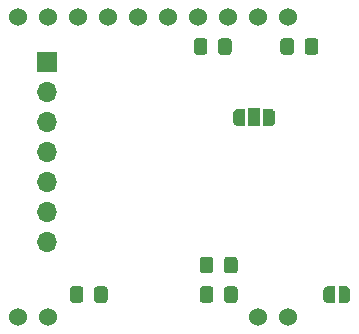
<source format=gbr>
%TF.GenerationSoftware,KiCad,Pcbnew,(5.1.6-0)*%
%TF.CreationDate,2020-10-20T21:46:17+02:00*%
%TF.ProjectId,DisplayAdapter_DOGS104,44697370-6c61-4794-9164-61707465725f,rev?*%
%TF.SameCoordinates,Original*%
%TF.FileFunction,Soldermask,Top*%
%TF.FilePolarity,Negative*%
%FSLAX46Y46*%
G04 Gerber Fmt 4.6, Leading zero omitted, Abs format (unit mm)*
G04 Created by KiCad (PCBNEW (5.1.6-0)) date 2020-10-20 21:46:17*
%MOMM*%
%LPD*%
G01*
G04 APERTURE LIST*
%ADD10R,1.000000X1.500000*%
%ADD11C,0.076200*%
%ADD12C,1.524000*%
%ADD13O,1.700000X1.700000*%
%ADD14R,1.700000X1.700000*%
G04 APERTURE END LIST*
%TO.C,R3*%
G36*
G01*
X157450000Y-112450001D02*
X157450000Y-111549999D01*
G75*
G02*
X157699999Y-111300000I249999J0D01*
G01*
X158350001Y-111300000D01*
G75*
G02*
X158600000Y-111549999I0J-249999D01*
G01*
X158600000Y-112450001D01*
G75*
G02*
X158350001Y-112700000I-249999J0D01*
G01*
X157699999Y-112700000D01*
G75*
G02*
X157450000Y-112450001I0J249999D01*
G01*
G37*
G36*
G01*
X155400000Y-112450001D02*
X155400000Y-111549999D01*
G75*
G02*
X155649999Y-111300000I249999J0D01*
G01*
X156300001Y-111300000D01*
G75*
G02*
X156550000Y-111549999I0J-249999D01*
G01*
X156550000Y-112450001D01*
G75*
G02*
X156300001Y-112700000I-249999J0D01*
G01*
X155649999Y-112700000D01*
G75*
G02*
X155400000Y-112450001I0J249999D01*
G01*
G37*
%TD*%
%TO.C,R2*%
G36*
G01*
X145550000Y-114049999D02*
X145550000Y-114950001D01*
G75*
G02*
X145300001Y-115200000I-249999J0D01*
G01*
X144649999Y-115200000D01*
G75*
G02*
X144400000Y-114950001I0J249999D01*
G01*
X144400000Y-114049999D01*
G75*
G02*
X144649999Y-113800000I249999J0D01*
G01*
X145300001Y-113800000D01*
G75*
G02*
X145550000Y-114049999I0J-249999D01*
G01*
G37*
G36*
G01*
X147600000Y-114049999D02*
X147600000Y-114950001D01*
G75*
G02*
X147350001Y-115200000I-249999J0D01*
G01*
X146699999Y-115200000D01*
G75*
G02*
X146450000Y-114950001I0J249999D01*
G01*
X146450000Y-114049999D01*
G75*
G02*
X146699999Y-113800000I249999J0D01*
G01*
X147350001Y-113800000D01*
G75*
G02*
X147600000Y-114049999I0J-249999D01*
G01*
G37*
%TD*%
%TO.C,R1*%
G36*
G01*
X157450000Y-114950001D02*
X157450000Y-114049999D01*
G75*
G02*
X157699999Y-113800000I249999J0D01*
G01*
X158350001Y-113800000D01*
G75*
G02*
X158600000Y-114049999I0J-249999D01*
G01*
X158600000Y-114950001D01*
G75*
G02*
X158350001Y-115200000I-249999J0D01*
G01*
X157699999Y-115200000D01*
G75*
G02*
X157450000Y-114950001I0J249999D01*
G01*
G37*
G36*
G01*
X155400000Y-114950001D02*
X155400000Y-114049999D01*
G75*
G02*
X155649999Y-113800000I249999J0D01*
G01*
X156300001Y-113800000D01*
G75*
G02*
X156550000Y-114049999I0J-249999D01*
G01*
X156550000Y-114950001D01*
G75*
G02*
X156300001Y-115200000I-249999J0D01*
G01*
X155649999Y-115200000D01*
G75*
G02*
X155400000Y-114950001I0J249999D01*
G01*
G37*
%TD*%
%TO.C,C2*%
G36*
G01*
X164280000Y-93950001D02*
X164280000Y-93049999D01*
G75*
G02*
X164529999Y-92800000I249999J0D01*
G01*
X165180001Y-92800000D01*
G75*
G02*
X165430000Y-93049999I0J-249999D01*
G01*
X165430000Y-93950001D01*
G75*
G02*
X165180001Y-94200000I-249999J0D01*
G01*
X164529999Y-94200000D01*
G75*
G02*
X164280000Y-93950001I0J249999D01*
G01*
G37*
G36*
G01*
X162230000Y-93950001D02*
X162230000Y-93049999D01*
G75*
G02*
X162479999Y-92800000I249999J0D01*
G01*
X163130001Y-92800000D01*
G75*
G02*
X163380000Y-93049999I0J-249999D01*
G01*
X163380000Y-93950001D01*
G75*
G02*
X163130001Y-94200000I-249999J0D01*
G01*
X162479999Y-94200000D01*
G75*
G02*
X162230000Y-93950001I0J249999D01*
G01*
G37*
%TD*%
%TO.C,C1*%
G36*
G01*
X156050000Y-93049999D02*
X156050000Y-93950001D01*
G75*
G02*
X155800001Y-94200000I-249999J0D01*
G01*
X155149999Y-94200000D01*
G75*
G02*
X154900000Y-93950001I0J249999D01*
G01*
X154900000Y-93049999D01*
G75*
G02*
X155149999Y-92800000I249999J0D01*
G01*
X155800001Y-92800000D01*
G75*
G02*
X156050000Y-93049999I0J-249999D01*
G01*
G37*
G36*
G01*
X158100000Y-93049999D02*
X158100000Y-93950001D01*
G75*
G02*
X157850001Y-94200000I-249999J0D01*
G01*
X157199999Y-94200000D01*
G75*
G02*
X156950000Y-93950001I0J249999D01*
G01*
X156950000Y-93049999D01*
G75*
G02*
X157199999Y-92800000I249999J0D01*
G01*
X157850001Y-92800000D01*
G75*
G02*
X158100000Y-93049999I0J-249999D01*
G01*
G37*
%TD*%
D10*
%TO.C,JP2*%
X160000000Y-99500000D03*
D11*
G36*
X161300000Y-98750602D02*
G01*
X161324534Y-98750602D01*
X161373365Y-98755412D01*
X161421490Y-98764984D01*
X161468445Y-98779228D01*
X161513778Y-98798005D01*
X161557051Y-98821136D01*
X161597850Y-98848396D01*
X161635779Y-98879524D01*
X161670476Y-98914221D01*
X161701604Y-98952150D01*
X161728864Y-98992949D01*
X161751995Y-99036222D01*
X161770772Y-99081555D01*
X161785016Y-99128510D01*
X161794588Y-99176635D01*
X161799398Y-99225466D01*
X161799398Y-99250000D01*
X161800000Y-99250000D01*
X161800000Y-99750000D01*
X161799398Y-99750000D01*
X161799398Y-99774534D01*
X161794588Y-99823365D01*
X161785016Y-99871490D01*
X161770772Y-99918445D01*
X161751995Y-99963778D01*
X161728864Y-100007051D01*
X161701604Y-100047850D01*
X161670476Y-100085779D01*
X161635779Y-100120476D01*
X161597850Y-100151604D01*
X161557051Y-100178864D01*
X161513778Y-100201995D01*
X161468445Y-100220772D01*
X161421490Y-100235016D01*
X161373365Y-100244588D01*
X161324534Y-100249398D01*
X161300000Y-100249398D01*
X161300000Y-100250000D01*
X160750000Y-100250000D01*
X160750000Y-98750000D01*
X161300000Y-98750000D01*
X161300000Y-98750602D01*
G37*
G36*
X159250000Y-100250000D02*
G01*
X158700000Y-100250000D01*
X158700000Y-100249398D01*
X158675466Y-100249398D01*
X158626635Y-100244588D01*
X158578510Y-100235016D01*
X158531555Y-100220772D01*
X158486222Y-100201995D01*
X158442949Y-100178864D01*
X158402150Y-100151604D01*
X158364221Y-100120476D01*
X158329524Y-100085779D01*
X158298396Y-100047850D01*
X158271136Y-100007051D01*
X158248005Y-99963778D01*
X158229228Y-99918445D01*
X158214984Y-99871490D01*
X158205412Y-99823365D01*
X158200602Y-99774534D01*
X158200602Y-99750000D01*
X158200000Y-99750000D01*
X158200000Y-99250000D01*
X158200602Y-99250000D01*
X158200602Y-99225466D01*
X158205412Y-99176635D01*
X158214984Y-99128510D01*
X158229228Y-99081555D01*
X158248005Y-99036222D01*
X158271136Y-98992949D01*
X158298396Y-98952150D01*
X158329524Y-98914221D01*
X158364221Y-98879524D01*
X158402150Y-98848396D01*
X158442949Y-98821136D01*
X158486222Y-98798005D01*
X158531555Y-98779228D01*
X158578510Y-98764984D01*
X158626635Y-98755412D01*
X158675466Y-98750602D01*
X158700000Y-98750602D01*
X158700000Y-98750000D01*
X159250000Y-98750000D01*
X159250000Y-100250000D01*
G37*
%TD*%
D12*
%TO.C,U1*%
X139970000Y-116400000D03*
X162830000Y-91000000D03*
X160290000Y-91000000D03*
X157750000Y-91000000D03*
X155210000Y-91000000D03*
X152670000Y-91000000D03*
X150130000Y-91000000D03*
X147590000Y-91000000D03*
X145050000Y-91000000D03*
X142510000Y-91000000D03*
X139970000Y-91000000D03*
X142510000Y-116400000D03*
X160290000Y-116400000D03*
X162830000Y-116400000D03*
%TD*%
D13*
%TO.C,J1*%
X142500000Y-110080000D03*
X142500000Y-107540000D03*
X142500000Y-105000000D03*
X142500000Y-102460000D03*
X142500000Y-99920000D03*
X142500000Y-97380000D03*
D14*
X142500000Y-94840000D03*
%TD*%
D11*
%TO.C,JP1*%
G36*
X166350000Y-115249398D02*
G01*
X166325466Y-115249398D01*
X166276635Y-115244588D01*
X166228510Y-115235016D01*
X166181555Y-115220772D01*
X166136222Y-115201995D01*
X166092949Y-115178864D01*
X166052150Y-115151604D01*
X166014221Y-115120476D01*
X165979524Y-115085779D01*
X165948396Y-115047850D01*
X165921136Y-115007051D01*
X165898005Y-114963778D01*
X165879228Y-114918445D01*
X165864984Y-114871490D01*
X165855412Y-114823365D01*
X165850602Y-114774534D01*
X165850602Y-114750000D01*
X165850000Y-114750000D01*
X165850000Y-114250000D01*
X165850602Y-114250000D01*
X165850602Y-114225466D01*
X165855412Y-114176635D01*
X165864984Y-114128510D01*
X165879228Y-114081555D01*
X165898005Y-114036222D01*
X165921136Y-113992949D01*
X165948396Y-113952150D01*
X165979524Y-113914221D01*
X166014221Y-113879524D01*
X166052150Y-113848396D01*
X166092949Y-113821136D01*
X166136222Y-113798005D01*
X166181555Y-113779228D01*
X166228510Y-113764984D01*
X166276635Y-113755412D01*
X166325466Y-113750602D01*
X166350000Y-113750602D01*
X166350000Y-113750000D01*
X166850000Y-113750000D01*
X166850000Y-115250000D01*
X166350000Y-115250000D01*
X166350000Y-115249398D01*
G37*
G36*
X167150000Y-113750000D02*
G01*
X167650000Y-113750000D01*
X167650000Y-113750602D01*
X167674534Y-113750602D01*
X167723365Y-113755412D01*
X167771490Y-113764984D01*
X167818445Y-113779228D01*
X167863778Y-113798005D01*
X167907051Y-113821136D01*
X167947850Y-113848396D01*
X167985779Y-113879524D01*
X168020476Y-113914221D01*
X168051604Y-113952150D01*
X168078864Y-113992949D01*
X168101995Y-114036222D01*
X168120772Y-114081555D01*
X168135016Y-114128510D01*
X168144588Y-114176635D01*
X168149398Y-114225466D01*
X168149398Y-114250000D01*
X168150000Y-114250000D01*
X168150000Y-114750000D01*
X168149398Y-114750000D01*
X168149398Y-114774534D01*
X168144588Y-114823365D01*
X168135016Y-114871490D01*
X168120772Y-114918445D01*
X168101995Y-114963778D01*
X168078864Y-115007051D01*
X168051604Y-115047850D01*
X168020476Y-115085779D01*
X167985779Y-115120476D01*
X167947850Y-115151604D01*
X167907051Y-115178864D01*
X167863778Y-115201995D01*
X167818445Y-115220772D01*
X167771490Y-115235016D01*
X167723365Y-115244588D01*
X167674534Y-115249398D01*
X167650000Y-115249398D01*
X167650000Y-115250000D01*
X167150000Y-115250000D01*
X167150000Y-113750000D01*
G37*
%TD*%
M02*

</source>
